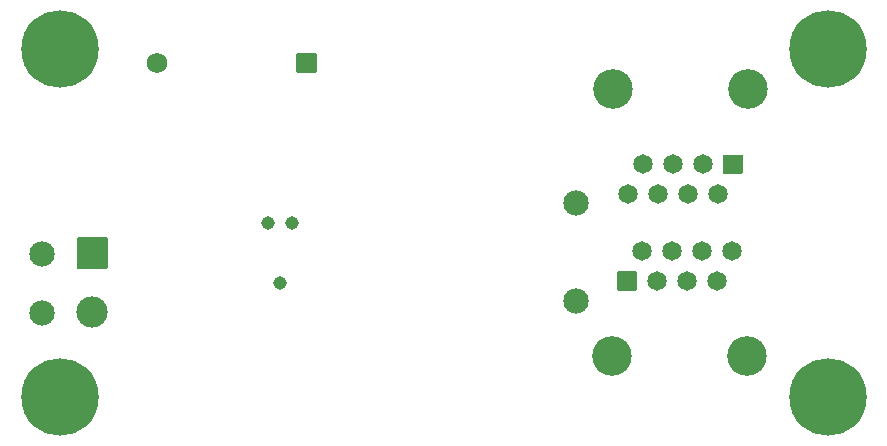
<source format=gbs>
G04 #@! TF.GenerationSoftware,KiCad,Pcbnew,6.0.2+dfsg-1*
G04 #@! TF.CreationDate,2024-04-05T20:58:32-06:00*
G04 #@! TF.ProjectId,mss-crossover,6d73732d-6372-46f7-9373-6f7665722e6b,rev?*
G04 #@! TF.SameCoordinates,Original*
G04 #@! TF.FileFunction,Soldermask,Bot*
G04 #@! TF.FilePolarity,Negative*
%FSLAX46Y46*%
G04 Gerber Fmt 4.6, Leading zero omitted, Abs format (unit mm)*
G04 Created by KiCad (PCBNEW 6.0.2+dfsg-1) date 2024-04-05 20:58:32*
%MOMM*%
%LPD*%
G01*
G04 APERTURE LIST*
%ADD10C,6.552400*%
%ADD11C,3.352400*%
%ADD12C,1.652400*%
%ADD13C,2.652400*%
%ADD14C,1.728000*%
%ADD15C,1.143000*%
%ADD16C,2.152400*%
G04 APERTURE END LIST*
D10*
X94742000Y-187452000D03*
D11*
X76545500Y-161437000D03*
X87975500Y-161437000D03*
G36*
G01*
X87531700Y-167037000D02*
X87531700Y-168537000D01*
G75*
G02*
X87455500Y-168613200I-76200J0D01*
G01*
X85955500Y-168613200D01*
G75*
G02*
X85879300Y-168537000I0J76200D01*
G01*
X85879300Y-167037000D01*
G75*
G02*
X85955500Y-166960800I76200J0D01*
G01*
X87455500Y-166960800D01*
G75*
G02*
X87531700Y-167037000I0J-76200D01*
G01*
G37*
D12*
X85435500Y-170327000D03*
X84165500Y-167787000D03*
X82895500Y-170327000D03*
X81625500Y-167787000D03*
X80355500Y-170327000D03*
X79085500Y-167787000D03*
X77815500Y-170327000D03*
D10*
X94742000Y-157988000D03*
D11*
X87919500Y-184003000D03*
X76489500Y-184003000D03*
G36*
G01*
X76933300Y-178403000D02*
X76933300Y-176903000D01*
G75*
G02*
X77009500Y-176826800I76200J0D01*
G01*
X78509500Y-176826800D01*
G75*
G02*
X78585700Y-176903000I0J-76200D01*
G01*
X78585700Y-178403000D01*
G75*
G02*
X78509500Y-178479200I-76200J0D01*
G01*
X77009500Y-178479200D01*
G75*
G02*
X76933300Y-178403000I0J76200D01*
G01*
G37*
D12*
X79029500Y-175113000D03*
X80299500Y-177653000D03*
X81569500Y-175113000D03*
X82839500Y-177653000D03*
X84109500Y-175113000D03*
X85379500Y-177653000D03*
X86649500Y-175113000D03*
G36*
G01*
X31216000Y-173973800D02*
X33716000Y-173973800D01*
G75*
G02*
X33792200Y-174050000I0J-76200D01*
G01*
X33792200Y-176550000D01*
G75*
G02*
X33716000Y-176626200I-76200J0D01*
G01*
X31216000Y-176626200D01*
G75*
G02*
X31139800Y-176550000I0J76200D01*
G01*
X31139800Y-174050000D01*
G75*
G02*
X31216000Y-173973800I76200J0D01*
G01*
G37*
D13*
X32466000Y-180300000D03*
D10*
X29718000Y-187452000D03*
X29718000Y-157988000D03*
G36*
G01*
X51471000Y-158430000D02*
X51471000Y-159954000D01*
G75*
G02*
X51369000Y-160056000I-102000J0D01*
G01*
X49845000Y-160056000D01*
G75*
G02*
X49743000Y-159954000I0J102000D01*
G01*
X49743000Y-158430000D01*
G75*
G02*
X49845000Y-158328000I102000J0D01*
G01*
X51369000Y-158328000D01*
G75*
G02*
X51471000Y-158430000I0J-102000D01*
G01*
G37*
D14*
X37907000Y-159192000D03*
D15*
X48387000Y-177800000D03*
X47371000Y-172720000D03*
X49403000Y-172720000D03*
D16*
X73406000Y-179324000D03*
X73406000Y-171069000D03*
X28194000Y-180340000D03*
X28194000Y-175387000D03*
M02*

</source>
